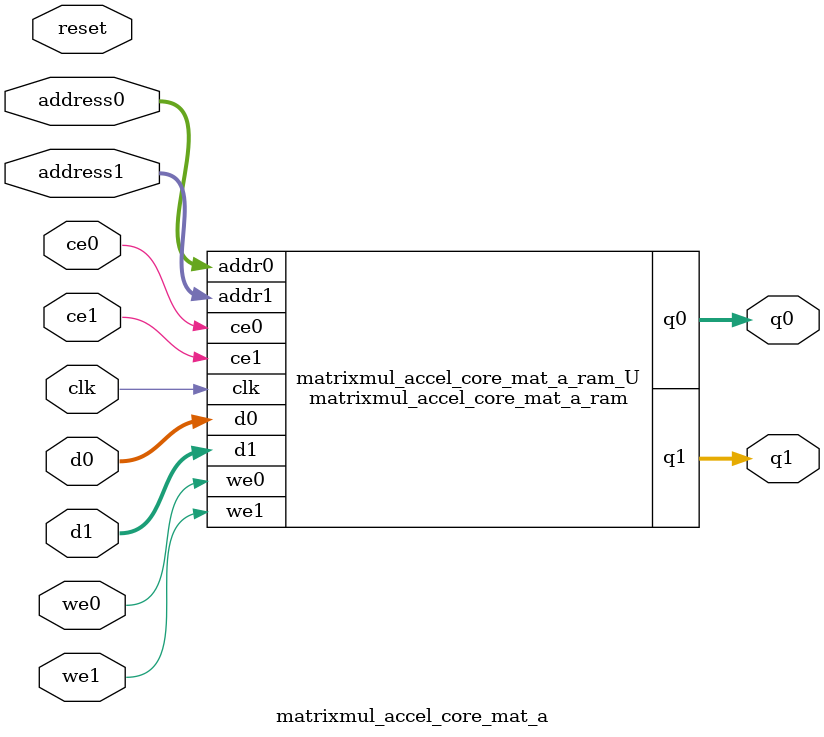
<source format=v>
`timescale 1 ns / 1 ps
module matrixmul_accel_core_mat_a_ram (addr0, ce0, d0, we0, q0, addr1, ce1, d1, we1, q1,  clk);

parameter DWIDTH = 32;
parameter AWIDTH = 10;
parameter MEM_SIZE = 1024;

input[AWIDTH-1:0] addr0;
input ce0;
input[DWIDTH-1:0] d0;
input we0;
output reg[DWIDTH-1:0] q0;
input[AWIDTH-1:0] addr1;
input ce1;
input[DWIDTH-1:0] d1;
input we1;
output reg[DWIDTH-1:0] q1;
input clk;

(* ram_style = "block" *)reg [DWIDTH-1:0] ram[0:MEM_SIZE-1];




always @(posedge clk)  
begin 
    if (ce0) begin
        if (we0) 
            ram[addr0] <= d0; 
        q0 <= ram[addr0];
    end
end


always @(posedge clk)  
begin 
    if (ce1) begin
        if (we1) 
            ram[addr1] <= d1; 
        q1 <= ram[addr1];
    end
end


endmodule

`timescale 1 ns / 1 ps
module matrixmul_accel_core_mat_a(
    reset,
    clk,
    address0,
    ce0,
    we0,
    d0,
    q0,
    address1,
    ce1,
    we1,
    d1,
    q1);

parameter DataWidth = 32'd32;
parameter AddressRange = 32'd1024;
parameter AddressWidth = 32'd10;
input reset;
input clk;
input[AddressWidth - 1:0] address0;
input ce0;
input we0;
input[DataWidth - 1:0] d0;
output[DataWidth - 1:0] q0;
input[AddressWidth - 1:0] address1;
input ce1;
input we1;
input[DataWidth - 1:0] d1;
output[DataWidth - 1:0] q1;



matrixmul_accel_core_mat_a_ram matrixmul_accel_core_mat_a_ram_U(
    .clk( clk ),
    .addr0( address0 ),
    .ce0( ce0 ),
    .we0( we0 ),
    .d0( d0 ),
    .q0( q0 ),
    .addr1( address1 ),
    .ce1( ce1 ),
    .we1( we1 ),
    .d1( d1 ),
    .q1( q1 ));

endmodule


</source>
